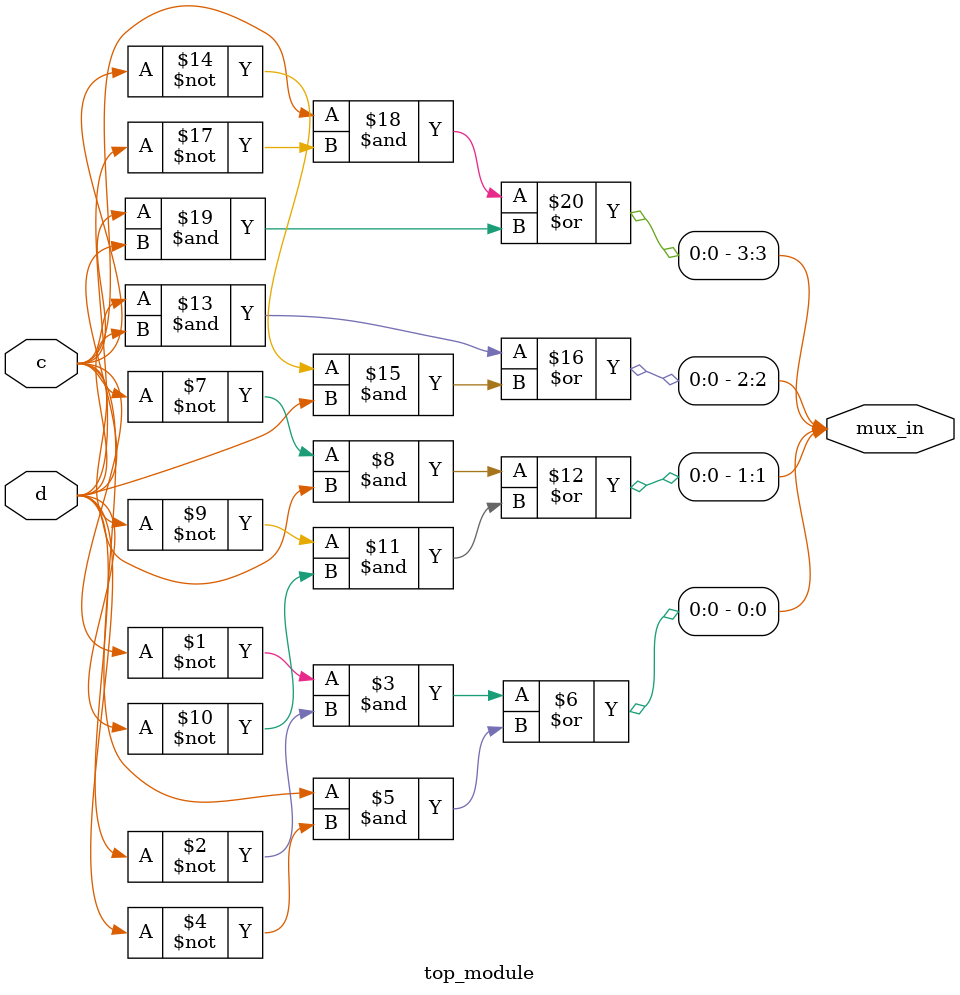
<source format=sv>
module top_module (
	input c,
	input d,
	output [3:0] mux_in
);

assign mux_in[0] = (~c & ~d) | (c & ~d);
assign mux_in[1] = (~c & d) | (~c & ~d);
assign mux_in[2] = (c & d) | (~c & d);
assign mux_in[3] = (c & ~d) | (c & d);

endmodule

</source>
